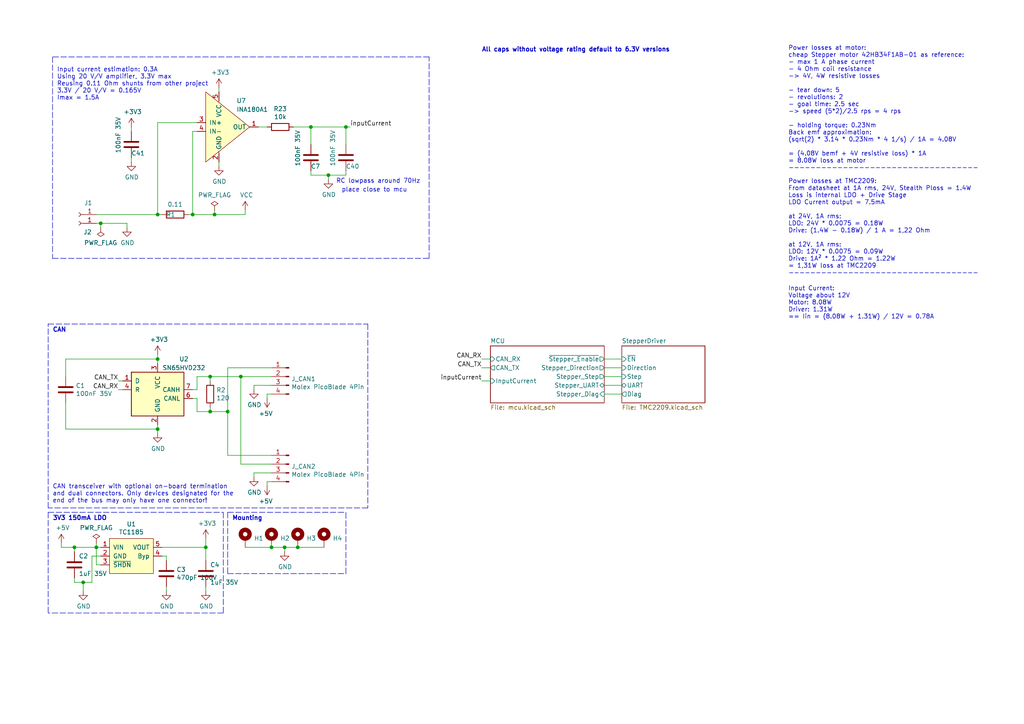
<source format=kicad_sch>
(kicad_sch (version 20211123) (generator eeschema)
  (paper "A4")
  (title_block (title "Stepper Servo") (company "oTToCar"))
  (lib_symbols
    (symbol "Connector:Conn_01x01_Female" (pin_names (offset 1.016) hide)
      (property "Reference" "J" (at 0 2.54 0))
      (property "Value" "Conn_01x01_Female" (at 0 -2.54 0))
      (symbol "Conn_01x01_Female_1_1"
        (polyline (pts (xy -1.27 0) (xy -0.508 0)) (stroke (width 0.1524)))
        (arc (start 0 0.508) (mid -0.508 0) (end 0 -0.508) (stroke (width 0.1524)))
        (pin passive line (at -5.08 0 0) (length 3.81) (name "Pin_1") (number "1"))
      )
    )
    (symbol "Connector:Conn_01x04_Male" (pin_names (offset 1.016) hide)
      (property "Reference" "J" (at 0 5.08 0))
      (property "Value" "Conn_01x04_Male" (at 0 -7.62 0))
      (symbol "Conn_01x04_Male_1_1"
        (polyline (pts (xy 1.27 -5.08) (xy 0.8636 -5.08)) (stroke (width 0.1524)))
        (polyline (pts (xy 1.27 -2.54) (xy 0.8636 -2.54)) (stroke (width 0.1524)))
        (polyline (pts (xy 1.27 0) (xy 0.8636 0)) (stroke (width 0.1524)))
        (polyline (pts (xy 1.27 2.54) (xy 0.8636 2.54)) (stroke (width 0.1524)))
        (rectangle (start 0.8636 -4.953) (end 0 -5.207) (stroke (width 0.1524)) (fill (type outline)))
        (rectangle (start 0.8636 -2.413) (end 0 -2.667) (stroke (width 0.1524)) (fill (type outline)))
        (rectangle (start 0.8636 0.127) (end 0 -0.127) (stroke (width 0.1524)) (fill (type outline)))
        (rectangle (start 0.8636 2.667) (end 0 2.413) (stroke (width 0.1524)) (fill (type outline)))
        (pin passive line (at 5.08 2.54 180) (length 3.81) (name "Pin_1") (number "1"))
        (pin passive line (at 5.08 0 180) (length 3.81) (name "Pin_2") (number "2"))
        (pin passive line (at 5.08 -2.54 180) (length 3.81) (name "Pin_3") (number "3"))
        (pin passive line (at 5.08 -5.08 180) (length 3.81) (name "Pin_4") (number "4"))
      )
    )
    (symbol "Device:C" (pin_numbers hide) (pin_names (offset 0.254))
      (property "Reference" "C" (at 0.635 2.54 0))
      (property "Value" "C" (at 0.635 -2.54 0))
      (symbol "C_0_1"
        (polyline (pts (xy -2.032 -0.762) (xy 2.032 -0.762)) (stroke (width 0.508)))
        (polyline (pts (xy -2.032 0.762) (xy 2.032 0.762)) (stroke (width 0.508)))
      )
      (symbol "C_1_1"
        (pin passive line (at 0 3.81 270) (length 2.794) (name "~") (number "1"))
        (pin passive line (at 0 -3.81 90) (length 2.794) (name "~") (number "2"))
      )
    )
    (symbol "Device:R" (pin_numbers hide) (pin_names (offset 0))
      (property "Reference" "R" (at 2.032 0 90))
      (property "Value" "R" (at 0 0 90))
      (symbol "R_0_1"
        (rectangle (start -1.016 -2.54) (end 1.016 2.54) (stroke (width 0.254)))
      )
      (symbol "R_1_1"
        (pin passive line (at 0 3.81 270) (length 1.27) (name "~") (number "1"))
        (pin passive line (at 0 -3.81 90) (length 1.27) (name "~") (number "2"))
      )
    )
    (symbol "Interface_CAN_LIN:SN65HVD232" (pin_names (offset 1.016))
      (property "Reference" "U" (at -2.54 10.16 0))
      (property "Value" "SN65HVD232" (at -2.54 7.62 0))
      (symbol "SN65HVD232_0_1"
        (rectangle (start -7.62 5.08) (end 7.62 -7.62) (stroke (width 0.254)) (fill (type background)))
      )
      (symbol "SN65HVD232_1_1"
        (pin input line (at -10.16 2.54 0) (length 2.54) (name "D") (number "1"))
        (pin power_in line (at 0 -10.16 90) (length 2.54) (name "GND") (number "2"))
        (pin power_in line (at 0 7.62 270) (length 2.54) (name "VCC") (number "3"))
        (pin output line (at -10.16 0 0) (length 2.54) (name "R") (number "4"))
        (pin no_connect line (at -10.16 -2.54 0) (length 2.54) hide (name "NC") (number "5"))
        (pin bidirectional line (at 10.16 -2.54 180) (length 2.54) (name "CANL") (number "6"))
        (pin bidirectional line (at 10.16 0 180) (length 2.54) (name "CANH") (number "7"))
        (pin no_connect line (at -10.16 -5.08 0) (length 2.54) hide (name "NC") (number "8"))
      )
    )
    (symbol "Mechanical:MountingHole_Pad" (pin_numbers hide) (pin_names (offset 1.016) hide)
      (property "Reference" "H" (at 0 6.35 0))
      (property "Value" "MountingHole_Pad" (at 0 4.445 0))
      (symbol "MountingHole_Pad_0_1"
        (circle (center 0 1.27) (radius 1.27) (stroke (width 1.27)))
      )
      (symbol "MountingHole_Pad_1_1"
        (pin input line (at 0 -2.54 90) (length 2.54) (name "1") (number "1"))
      )
    )
    (symbol "power:+3.3V" (power) (pin_names (offset 0))
      (property "Value" "+3.3V" (at 0 3.556 0))
      (symbol "+3.3V_0_1"
        (polyline (pts (xy -0.762 1.27) (xy 0 2.54)))
        (polyline (pts (xy 0 0) (xy 0 2.54)))
        (polyline (pts (xy 0 2.54) (xy 0.762 1.27)))
      )
      (symbol "+3.3V_1_1"
        (pin power_in line (at 0 0 90) (length 0) hide (name "+3V3") (number "1"))
      )
    )
    (symbol "power:+5V" (power) (pin_names (offset 0))
      (property "Value" "+5V" (at 0 3.556 0))
      (symbol "+5V_0_1"
        (polyline (pts (xy -0.762 1.27) (xy 0 2.54)))
        (polyline (pts (xy 0 0) (xy 0 2.54)))
        (polyline (pts (xy 0 2.54) (xy 0.762 1.27)))
      )
      (symbol "+5V_1_1"
        (pin power_in line (at 0 0 90) (length 0) hide (name "+5V") (number "1"))
      )
    )
    (symbol "power:GND" (power) (pin_names (offset 0))
      (property "Value" "GND" (at 0 -3.81 0))
      (symbol "GND_0_1"
        (polyline (pts (xy 0 0) (xy 0 -1.27) (xy 1.27 -1.27) (xy 0 -2.54) (xy -1.27 -1.27) (xy 0 -1.27)))
      )
      (symbol "GND_1_1"
        (pin power_in line (at 0 0 270) (length 0) hide (name "GND") (number "1"))
      )
    )
    (symbol "power:PWR_FLAG" (power) (pin_numbers hide) (pin_names (offset 0) hide)
      (property "Value" "PWR_FLAG" (at 0 3.81 0))
      (symbol "PWR_FLAG_0_0"
        (pin power_out line (at 0 0 90) (length 0) (name "pwr") (number "1"))
      )
      (symbol "PWR_FLAG_0_1"
        (polyline (pts (xy 0 0) (xy 0 1.27) (xy -1.016 1.905) (xy 0 2.54) (xy 1.016 1.905) (xy 0 1.27)))
      )
    )
    (symbol "power:VCC" (power) (pin_names (offset 0))
      (property "Value" "VCC" (at 0 3.81 0))
      (symbol "VCC_0_1"
        (polyline (pts (xy -0.762 1.27) (xy 0 2.54)))
        (polyline (pts (xy 0 0) (xy 0 2.54)))
        (polyline (pts (xy 0 2.54) (xy 0.762 1.27)))
      )
      (symbol "VCC_1_1"
        (pin power_in line (at 0 0 90) (length 0) hide (name "VCC") (number "1"))
      )
    )
    (symbol "standardContent:TC1185" (pin_names (offset 1.016))
      (property "Reference" "U" (at 0 6.35 0))
      (property "Value" "TC1185" (at 0 -6.35 0))
      (symbol "TC1185_0_1"
        (rectangle (start -6.35 5.08) (end 6.35 -5.08) (fill (type background)))
      )
      (symbol "TC1185_1_1"
        (pin power_in line (at -8.89 2.54 0) (length 2.54) (name "VIN") (number "1"))
        (pin power_in line (at -8.89 0 0) (length 2.54) (name "GND") (number "2"))
        (pin input line (at -8.89 -2.54 0) (length 2.54) (name "~{SHDN}") (number "3"))
        (pin input line (at 8.89 0 180) (length 2.54) (name "Byp") (number "4"))
        (pin power_out line (at 8.89 2.54 180) (length 2.54) (name "VOUT") (number "5"))
      )
    )
    (symbol "ti:INA180A1" (pin_names (offset 1.016))
      (property "Reference" "U" (at 10.16 3.81 0))
      (property "Value" "INA180A1" (at 11.43 6.35 0))
      (symbol "INA180A1_0_0"
        (pin output line (at 15.24 -1.27 180) (length 2.54) (name "OUT") (number "1"))
        (pin power_in line (at 3.81 -11.43 90) (length 2.54) (name "GND") (number "2"))
        (pin passive line (at -2.54 0 0) (length 2.54) (name "IN+") (number "3"))
        (pin passive line (at -2.54 -2.54 0) (length 2.54) (name "IN-") (number "4"))
        (pin power_in line (at 3.81 8.89 270) (length 2.54) (name "VCC") (number "5"))
      )
      (symbol "INA180A1_0_1"
        (polyline (pts (xy 3.81 -8.89) (xy 3.81 -8.382)))
        (polyline (pts (xy 3.81 6.35) (xy 3.81 5.842)))
        (polyline (pts (xy 12.7 -1.27) (xy 0 8.89) (xy 0 -11.43) (xy 12.7 -1.27)) (fill (type background)))
      )
    )
  )
  (junction (at 59.69 158.75))
  (junction (at 82.55 158.75))
  (junction (at 62.23 62.23))
  (junction (at 66.04 119.38))
  (junction (at 78.74 158.75))
  (junction (at 60.96 109.22))
  (junction (at 100.33 36.83))
  (junction (at 55.88 62.23))
  (junction (at 27.94 158.75))
  (junction (at 24.13 168.91))
  (junction (at 45.72 124.46))
  (junction (at 45.72 104.14))
  (junction (at 60.96 119.38))
  (junction (at 95.25 50.8))
  (junction (at 86.36 158.75))
  (junction (at 45.72 62.23))
  (junction (at 69.85 109.22))
  (junction (at 29.21 64.77))
  (junction (at 21.59 158.75))
  (junction (at 90.17 36.83))
  (polyline (pts (xy 13.97 148.59) (xy 13.97 177.8)))
  (wire (pts (xy 71.12 62.23) (xy 71.12 60.96)))
  (polyline (pts (xy 64.77 177.8) (xy 13.97 177.8)))
  (wire (pts (xy 55.88 113.03) (xy 57.15 113.03)))
  (wire (pts (xy 82.55 158.75) (xy 86.36 158.75)))
  (wire (pts (xy 27.94 62.23) (xy 45.72 62.23)))
  (wire (pts (xy 86.36 158.75) (xy 93.98 158.75)))
  (wire (pts (xy 90.17 50.8) (xy 90.17 49.53)))
  (wire (pts (xy 45.72 124.46) (xy 19.05 124.46)))
  (wire (pts (xy 77.47 115.57) (xy 77.47 114.3)))
  (wire (pts (xy 27.94 158.75) (xy 29.21 158.75)))
  (wire (pts (xy 57.15 113.03) (xy 57.15 109.22)))
  (wire (pts (xy 139.7 110.49) (xy 142.24 110.49)))
  (wire (pts (xy 21.59 158.75) (xy 27.94 158.75)))
  (wire (pts (xy 85.09 36.83) (xy 90.17 36.83)))
  (wire (pts (xy 66.04 119.38) (xy 66.04 106.68)))
  (polyline (pts (xy 15.24 16.51) (xy 15.24 74.93)))
  (wire (pts (xy 55.88 38.1) (xy 55.88 62.23)))
  (wire (pts (xy 66.04 106.68) (xy 78.74 106.68)))
  (polyline (pts (xy 13.97 93.98) (xy 106.68 93.98)))
  (wire (pts (xy 34.29 110.49) (xy 35.56 110.49)))
  (polyline (pts (xy 106.68 147.32) (xy 13.97 147.32)))
  (wire (pts (xy 180.34 106.68) (xy 175.26 106.68)))
  (polyline (pts (xy 124.46 74.93) (xy 124.46 16.51)))
  (polyline (pts (xy 66.04 166.37) (xy 100.33 166.37)))
  (wire (pts (xy 78.74 158.75) (xy 82.55 158.75)))
  (wire (pts (xy 57.15 38.1) (xy 55.88 38.1)))
  (wire (pts (xy 69.85 109.22) (xy 69.85 134.62)))
  (wire (pts (xy 66.04 119.38) (xy 66.04 132.08)))
  (wire (pts (xy 69.85 109.22) (xy 78.74 109.22)))
  (wire (pts (xy 95.25 50.8) (xy 100.33 50.8)))
  (wire (pts (xy 63.5 25.4) (xy 63.5 26.67)))
  (wire (pts (xy 26.67 161.29) (xy 26.67 168.91)))
  (wire (pts (xy 29.21 66.04) (xy 29.21 64.77)))
  (wire (pts (xy 175.26 109.22) (xy 180.34 109.22)))
  (wire (pts (xy 60.96 109.22) (xy 69.85 109.22)))
  (wire (pts (xy 38.1 46.99) (xy 38.1 45.72)))
  (wire (pts (xy 139.7 106.68) (xy 142.24 106.68)))
  (wire (pts (xy 77.47 114.3) (xy 78.74 114.3)))
  (wire (pts (xy 100.33 36.83) (xy 101.6 36.83)))
  (wire (pts (xy 175.26 104.14) (xy 180.34 104.14)))
  (wire (pts (xy 26.67 168.91) (xy 24.13 168.91)))
  (wire (pts (xy 45.72 62.23) (xy 46.99 62.23)))
  (polyline (pts (xy 66.04 148.59) (xy 66.04 166.37)))
  (wire (pts (xy 45.72 123.19) (xy 45.72 124.46)))
  (wire (pts (xy 21.59 168.91) (xy 21.59 167.64)))
  (wire (pts (xy 48.26 170.18) (xy 48.26 171.45)))
  (wire (pts (xy 19.05 124.46) (xy 19.05 116.84)))
  (wire (pts (xy 73.66 113.03) (xy 73.66 111.76)))
  (wire (pts (xy 19.05 109.22) (xy 19.05 104.14)))
  (wire (pts (xy 55.88 62.23) (xy 62.23 62.23)))
  (polyline (pts (xy 13.97 147.32) (xy 13.97 93.98)))
  (wire (pts (xy 90.17 50.8) (xy 95.25 50.8)))
  (wire (pts (xy 27.94 158.75) (xy 27.94 157.48)))
  (wire (pts (xy 60.96 119.38) (xy 66.04 119.38)))
  (wire (pts (xy 57.15 35.56) (xy 45.72 35.56)))
  (wire (pts (xy 54.61 62.23) (xy 55.88 62.23)))
  (wire (pts (xy 45.72 35.56) (xy 45.72 62.23)))
  (wire (pts (xy 38.1 36.83) (xy 38.1 38.1)))
  (wire (pts (xy 62.23 62.23) (xy 71.12 62.23)))
  (wire (pts (xy 100.33 50.8) (xy 100.33 49.53)))
  (wire (pts (xy 69.85 134.62) (xy 78.74 134.62)))
  (wire (pts (xy 73.66 111.76) (xy 78.74 111.76)))
  (wire (pts (xy 45.72 104.14) (xy 45.72 102.87)))
  (wire (pts (xy 29.21 64.77) (xy 36.83 64.77)))
  (wire (pts (xy 71.12 158.75) (xy 78.74 158.75)))
  (wire (pts (xy 82.55 158.75) (xy 82.55 160.02)))
  (wire (pts (xy 73.66 138.43) (xy 73.66 137.16)))
  (wire (pts (xy 17.78 158.75) (xy 17.78 157.48)))
  (wire (pts (xy 24.13 171.45) (xy 24.13 168.91)))
  (wire (pts (xy 27.94 163.83) (xy 27.94 158.75)))
  (wire (pts (xy 59.69 162.56) (xy 59.69 158.75)))
  (polyline (pts (xy 106.68 93.98) (xy 106.68 147.32)))
  (wire (pts (xy 27.94 64.77) (xy 29.21 64.77)))
  (wire (pts (xy 60.96 119.38) (xy 60.96 118.11)))
  (wire (pts (xy 74.93 36.83) (xy 77.47 36.83)))
  (wire (pts (xy 35.56 113.03) (xy 34.29 113.03)))
  (wire (pts (xy 175.26 111.76) (xy 180.34 111.76)))
  (wire (pts (xy 77.47 139.7) (xy 78.74 139.7)))
  (polyline (pts (xy 124.46 16.51) (xy 15.24 16.51)))
  (wire (pts (xy 63.5 48.26) (xy 63.5 46.99)))
  (wire (pts (xy 36.83 64.77) (xy 36.83 66.04)))
  (wire (pts (xy 57.15 115.57) (xy 57.15 119.38)))
  (wire (pts (xy 17.78 158.75) (xy 21.59 158.75)))
  (wire (pts (xy 66.04 132.08) (xy 78.74 132.08)))
  (wire (pts (xy 90.17 36.83) (xy 100.33 36.83)))
  (wire (pts (xy 62.23 60.96) (xy 62.23 62.23)))
  (wire (pts (xy 21.59 160.02) (xy 21.59 158.75)))
  (wire (pts (xy 60.96 109.22) (xy 60.96 110.49)))
  (wire (pts (xy 57.15 109.22) (xy 60.96 109.22)))
  (wire (pts (xy 100.33 36.83) (xy 100.33 41.91)))
  (wire (pts (xy 55.88 115.57) (xy 57.15 115.57)))
  (wire (pts (xy 45.72 124.46) (xy 45.72 125.73)))
  (wire (pts (xy 142.24 104.14) (xy 139.7 104.14)))
  (wire (pts (xy 45.72 104.14) (xy 45.72 105.41)))
  (polyline (pts (xy 64.77 148.59) (xy 64.77 177.8)))
  (wire (pts (xy 59.69 171.45) (xy 59.69 170.18)))
  (wire (pts (xy 19.05 104.14) (xy 45.72 104.14)))
  (polyline (pts (xy 100.33 166.37) (xy 100.33 148.59)))
  (polyline (pts (xy 13.97 148.59) (xy 64.77 148.59)))
  (wire (pts (xy 24.13 168.91) (xy 21.59 168.91)))
  (wire (pts (xy 48.26 162.56) (xy 48.26 161.29)))
  (polyline (pts (xy 66.04 148.59) (xy 100.33 148.59)))
  (wire (pts (xy 48.26 161.29) (xy 46.99 161.29)))
  (wire (pts (xy 29.21 163.83) (xy 27.94 163.83)))
  (wire (pts (xy 95.25 50.8) (xy 95.25 52.07)))
  (wire (pts (xy 29.21 161.29) (xy 26.67 161.29)))
  (wire (pts (xy 57.15 119.38) (xy 60.96 119.38)))
  (wire (pts (xy 73.66 137.16) (xy 78.74 137.16)))
  (wire (pts (xy 46.99 158.75) (xy 59.69 158.75)))
  (wire (pts (xy 77.47 140.97) (xy 77.47 139.7)))
  (polyline (pts (xy 15.24 74.93) (xy 124.46 74.93)))
  (wire (pts (xy 59.69 158.75) (xy 59.69 156.21)))
  (wire (pts (xy 90.17 36.83) (xy 90.17 41.91)))
  (wire (pts (xy 180.34 114.3) (xy 175.26 114.3)))
  (text "All caps without voltage rating default to 6.3V versions" (at 139.7 15.24 0) (effects (font (size 1.27 1.27) (thickness 0.254) bold) (justify left bottom)))
  (text "Input current estimation: 0.3A\nUsing 20 V/V amplifier, 3.3V max\nReusing 0.11 Ohm shunts from other project\n3.3V / 20 V/V = 0.165V \nImax = 1.5A" (at 16.51 29.21 0) (effects (font (size 1.27 1.27)) (justify left bottom)))
  (text "Power losses at TMC2209:\nFrom datasheet at 1A rms, 24V, Stealth Ploss = 1.4W\nLoss is internal LDO + Drive Stage\nLDO Current output = 7.5mA\n\nat 24V, 1A rms: \nLDO: 24V * 0.0075 = 0.18W\nDrive: (1.4W - 0.18W) / 1 A = 1,22 Ohm\n\nat 12V, 1A rms: \nLDO: 12V * 0.0075 = 0.09W\nDrive: 1A² * 1.22 Ohm = 1.22W\n= 1,31W loss at TMC2209\n-----------------------------------" (at 228.6 80.01 0) (effects (font (size 1.27 1.27)) (justify left bottom)))
  (text "RC lowpass around 70Hz" (at 121.92 53.34 180) (effects (font (size 1.27 1.27)) (justify right bottom)))
  (text "3V3 150mA LDO" (at 15.24 151.13 0) (effects (font (size 1.27 1.27) (thickness 0.254) bold) (justify left bottom)))
  (text "CAN transceiver with optional on-board termination \nand dual connectors. Only devices designated for the \nend of the bus may only have one connector!" (at 15.24 146.05 0) (effects (font (size 1.27 1.27)) (justify left bottom)))
  (text "place close to mcu" (at 99.06 55.88 0) (effects (font (size 1.27 1.27)) (justify left bottom)))
  (text "Mounting" (at 67.31 151.13 0) (effects (font (size 1.27 1.27) (thickness 0.254) bold) (justify left bottom)))
  (text "Input Current:\nVoltage about 12V\nMotor: 8.08W\nDriver: 1.31W\n== Iin = (8.08W + 1.31W) / 12V = 0.78A\n" (at 228.6 92.71 0) (effects (font (size 1.27 1.27)) (justify left bottom)))
  (text "Power losses at motor:\ncheap Stepper motor 42HB34F1AB-01 as reference:\n- max 1 A phase current \n- 4 Ohm coil resistance\n-> 4V, 4W resistive losses\n\n- tear down: 5\n- revolutions: 2\n- goal time: 2.5 sec\n-> speed (5*2)/2.5 rps = 4 rps\n\n- holding torque: 0.23Nm\nBack emf approximation:\n(sqrt(2) * 3.14 * 0.23Nm * 4 1/s) / 1A = 4.08V\n\n= (4.08V bemf + 4V resistive loss) * 1A \n= 8.08W loss at motor\n-----------------------------------" (at 228.6 49.53 0) (effects (font (size 1.27 1.27)) (justify left bottom)))
  (text "CAN" (at 15.24 96.52 0) (effects (font (size 1.27 1.27) (thickness 0.254) bold) (justify left bottom)))
  (label "inputCurrent" (at 101.6 36.83 0))
  (label "CAN_RX" (at 34.29 113.03 180))
  (label "CAN_RX" (at 139.7 104.14 180))
  (label "CAN_TX" (at 34.29 110.49 180))
  (label "CAN_TX" (at 139.7 106.68 180))
  (label "inputCurrent" (at 139.7 110.49 180))
  (symbol (lib_id "Device:C") (at 19.05 113.03 0) (unit 1)
    (property "Reference" "C1" (at 21.971 111.8616 0) (effects (justify left)))
    (property "Value" "100nF 35V" (at 21.971 114.173 0) (effects (justify left)))
    (property "Footprint" "Capacitor_SMD:C_0603_1608Metric" (effects hide))
  )
  (symbol (lib_id "power:+3.3V") (at 45.72 102.87 0) (unit 1)
    (property "Reference" "#PWR0104" (effects hide))
    (property "Value" "+3.3V" (at 46.101 98.4758 0))
  )
  (symbol (lib_id "Device:R") (at 60.96 114.3 0) (unit 1)
    (property "Reference" "R2" (at 62.738 113.1316 0) (effects (justify left)))
    (property "Value" "120" (at 62.738 115.443 0) (effects (justify left)))
    (property "Footprint" "Resistor_SMD:R_0603_1608Metric" (effects hide))
  )
  (symbol (lib_id "power:GND") (at 73.66 113.03 0) (unit 1)
    (property "Reference" "#PWR0105" (effects hide))
    (property "Value" "GND" (at 73.787 117.4242 0))
  )
  (symbol (lib_id "Connector:Conn_01x04_Male") (at 83.82 109.22 0) (mirror y) (unit 1)
    (property "Reference" "J_CAN1" (at 84.5058 109.9058 0) (effects (justify right)))
    (property "Value" "Molex PicoBlade 4Pin" (at 84.5058 112.2172 0) (effects (justify right)))
    (property "Footprint" "Connector_Molex:Molex_PicoBlade_53047-0410_1x04_P1.25mm_Vertical" (effects hide))
  )
  (symbol (lib_id "power:+5V") (at 77.47 115.57 180) (unit 1)
    (property "Reference" "#PWR0106" (effects hide))
    (property "Value" "+5V" (at 77.089 119.9642 0))
  )
  (symbol (lib_id "Interface_CAN_LIN:SN65HVD232") (at 45.72 113.03 0) (unit 1)
    (property "Reference" "U2" (at 53.34 104.14 0))
    (property "Value" "SN65HVD232" (at 53.34 106.68 0))
    (property "Footprint" "Package_SO:SOIC-8_3.9x4.9mm_P1.27mm" (effects hide))
    (property "Datasheet" "http://www.ti.com/lit/ds/symlink/sn65hvd230.pdf" (effects hide))
  )
  (symbol (lib_id "Device:C") (at 21.59 163.83 0) (unit 1)
    (property "Reference" "C2" (at 22.86 161.29 0) (effects (justify left)))
    (property "Value" "1uF 35V" (at 22.86 166.37 0) (effects (justify left)))
    (property "Footprint" "Capacitor_SMD:C_0603_1608Metric" (effects hide))
  )
  (symbol (lib_id "Device:C") (at 48.26 166.37 0) (unit 1)
    (property "Reference" "C3" (at 51.181 165.2016 0) (effects (justify left)))
    (property "Value" "470pF 100V" (at 51.181 167.513 0) (effects (justify left)))
    (property "Footprint" "Capacitor_SMD:C_0603_1608Metric" (effects hide))
  )
  (symbol (lib_id "power:GND") (at 48.26 171.45 0) (unit 1)
    (property "Reference" "#PWR0110" (effects hide))
    (property "Value" "GND" (at 48.387 175.8442 0))
  )
  (symbol (lib_id "power:+3.3V") (at 59.69 156.21 0) (unit 1)
    (property "Reference" "#PWR0111" (effects hide))
    (property "Value" "+3.3V" (at 60.071 151.8158 0))
  )
  (symbol (lib_id "Device:C") (at 59.69 166.37 0) (unit 1)
    (property "Reference" "C4" (at 60.96 163.83 0) (effects (justify left)))
    (property "Value" "1uF 35V" (at 60.96 168.91 0) (effects (justify left)))
    (property "Footprint" "Capacitor_SMD:C_0603_1608Metric" (effects hide))
  )
  (symbol (lib_id "power:GND") (at 59.69 171.45 0) (unit 1)
    (property "Reference" "#PWR0112" (effects hide))
    (property "Value" "GND" (at 59.817 175.8442 0))
  )
  (symbol (lib_id "power:+5V") (at 77.47 140.97 180) (unit 1)
    (property "Reference" "#PWR0107" (effects hide))
    (property "Value" "+5V" (at 77.089 145.3642 0))
  )
  (symbol (lib_id "power:GND") (at 73.66 138.43 0) (unit 1)
    (property "Reference" "#PWR0108" (effects hide))
    (property "Value" "GND" (at 73.787 142.8242 0))
  )
  (symbol (lib_id "standardContent:TC1185") (at 38.1 161.29 0) (unit 1)
    (property "Reference" "U1" (at 38.1 152.019 0))
    (property "Value" "TC1185" (at 38.1 154.3304 0))
    (property "Footprint" "Package_TO_SOT_SMD:SOT-23-5" (effects hide))
  )
  (symbol (lib_id "power:GND") (at 45.72 125.73 0) (unit 1)
    (property "Reference" "#PWR0114" (effects hide))
    (property "Value" "GND" (at 45.847 130.1242 0))
  )
  (symbol (lib_id "power:GND") (at 24.13 171.45 0) (unit 1)
    (property "Reference" "#PWR0109" (effects hide))
    (property "Value" "GND" (at 24.257 175.8442 0))
  )
  (symbol (lib_id "power:+5V") (at 17.78 157.48 0) (unit 1)
    (property "Reference" "#PWR0113" (effects hide))
    (property "Value" "+5V" (at 18.161 153.0858 0))
  )
  (symbol (lib_id "power:PWR_FLAG") (at 27.94 157.48 0) (unit 1)
    (property "Reference" "#FLG0102" (effects hide))
    (property "Value" "PWR_FLAG" (at 27.94 153.0858 0))
  )
  (symbol (lib_id "Connector:Conn_01x04_Male") (at 83.82 134.62 0) (mirror y) (unit 1)
    (property "Reference" "J_CAN2" (at 84.5058 135.3058 0) (effects (justify right)))
    (property "Value" "Molex PicoBlade 4Pin" (at 84.5058 137.6172 0) (effects (justify right)))
    (property "Footprint" "Connector_Molex:Molex_PicoBlade_53047-0410_1x04_P1.25mm_Vertical" (effects hide))
  )
  (symbol (lib_id "power:GND") (at 36.83 66.04 0) (unit 1)
    (property "Reference" "#PWR0101" (effects hide))
    (property "Value" "GND" (at 36.957 70.4342 0))
  )
  (symbol (lib_id "Connector:Conn_01x01_Female") (at 22.86 62.23 180) (unit 1)
    (property "Reference" "J1" (at 25.6032 58.8518 0))
    (property "Value" "Conn_01x01_Female" (effects hide))
    (property "Footprint" "TestPoint:TestPoint_Loop_D2.54mm_Drill1.5mm_Beaded" (effects hide))
  )
  (symbol (lib_id "Connector:Conn_01x01_Female") (at 22.86 64.77 180) (unit 1)
    (property "Reference" "J2" (at 25.4 67.31 0))
    (property "Value" "Conn_01x01_Female" (effects hide))
    (property "Footprint" "TestPoint:TestPoint_Loop_D2.54mm_Drill1.5mm_Beaded" (effects hide))
  )
  (symbol (lib_id "Mechanical:MountingHole_Pad") (at 71.12 156.21 0) (unit 1)
    (property "Reference" "H1" (at 73.66 156.1338 0) (effects (justify left)))
    (property "Value" "MountingHole_Pad" (effects hide))
    (property "Footprint" "MountingHole:MountingHole_3.2mm_M3_Pad_Via" (effects hide))
  )
  (symbol (lib_id "Mechanical:MountingHole_Pad") (at 78.74 156.21 0) (unit 1)
    (property "Reference" "H2" (at 81.28 156.1338 0) (effects (justify left)))
    (property "Value" "MountingHole_Pad" (effects hide))
    (property "Footprint" "MountingHole:MountingHole_3.2mm_M3_Pad_Via" (effects hide))
  )
  (symbol (lib_id "Mechanical:MountingHole_Pad") (at 86.36 156.21 0) (unit 1)
    (property "Reference" "H3" (at 88.9 156.1338 0) (effects (justify left)))
    (property "Value" "MountingHole_Pad" (effects hide))
    (property "Footprint" "MountingHole:MountingHole_3.2mm_M3_Pad_Via" (effects hide))
  )
  (symbol (lib_id "Mechanical:MountingHole_Pad") (at 93.98 156.21 0) (unit 1)
    (property "Reference" "H4" (at 96.52 156.1338 0) (effects (justify left)))
    (property "Value" "MountingHole_Pad" (effects hide))
    (property "Footprint" "MountingHole:MountingHole_3.2mm_M3_Pad_Via" (effects hide))
  )
  (symbol (lib_id "power:GND") (at 82.55 160.02 0) (unit 1)
    (property "Reference" "#PWR0188" (effects hide))
    (property "Value" "GND" (at 82.677 164.4142 0))
  )
  (symbol (lib_id "ti:INA180A1") (at 59.69 35.56 0) (unit 1)
    (property "Reference" "U7" (at 68.58 29.21 0) (effects (justify left)))
    (property "Value" "INA180A1" (at 68.58 31.75 0) (effects (justify left)))
    (property "Footprint" "Package_TO_SOT_SMD:SOT-23-5" (effects hide))
    (property "Datasheet" "https://www.ti.com/general/docs/suppproductinfo.tsp?distId=26&gotoUrl=http%3A%2F%2Fwww.ti.com%2Flit%2Fgpn%2Fina180" (effects hide))
  )
  (symbol (lib_id "Device:R") (at 81.28 36.83 270) (unit 1)
    (property "Reference" "R23" (at 81.28 31.5722 90))
    (property "Value" "10k" (at 81.28 33.8836 90))
    (property "Footprint" "Resistor_SMD:R_0603_1608Metric" (effects hide))
  )
  (symbol (lib_id "Device:C") (at 100.33 45.72 0) (unit 1)
    (property "Reference" "C40" (at 100.33 48.26 0) (effects (justify left)))
    (property "Value" "100nF 35V" (at 96.52 48.26 90) (effects (justify left)))
    (property "Footprint" "Capacitor_SMD:C_0603_1608Metric" (effects hide))
  )
  (symbol (lib_id "Device:C") (at 90.17 45.72 0) (unit 1)
    (property "Reference" "C7" (at 90.17 48.26 0) (effects (justify left)))
    (property "Value" "100nF 35V" (at 86.36 48.26 90) (effects (justify left)))
    (property "Footprint" "Capacitor_SMD:C_0603_1608Metric" (effects hide))
  )
  (symbol (lib_id "power:VCC") (at 71.12 60.96 0) (unit 1)
    (property "Reference" "#PWR0115" (effects hide))
    (property "Value" "VCC" (at 71.501 56.5658 0))
  )
  (symbol (lib_id "Device:R") (at 50.8 62.23 270) (unit 1)
    (property "Reference" "R1" (at 49.53 62.23 90))
    (property "Value" "0.11" (at 50.8 59.2836 90))
    (property "Footprint" "Resistor_SMD:R_0612_1632Metric" (effects hide))
  )
  (symbol (lib_id "power:PWR_FLAG") (at 29.21 66.04 180) (unit 1)
    (property "Reference" "#FLG0103" (effects hide))
    (property "Value" "PWR_FLAG" (at 29.21 70.4342 0))
  )
  (symbol (lib_id "power:PWR_FLAG") (at 62.23 60.96 0) (unit 1)
    (property "Reference" "#FLG0104" (effects hide))
    (property "Value" "PWR_FLAG" (at 62.23 56.5658 0))
  )
  (symbol (lib_id "power:+3.3V") (at 63.5 25.4 0) (unit 1)
    (property "Reference" "#PWR0102" (effects hide))
    (property "Value" "+3.3V" (at 63.881 21.0058 0))
  )
  (symbol (lib_id "power:GND") (at 63.5 48.26 0) (unit 1)
    (property "Reference" "#PWR0103" (effects hide))
    (property "Value" "GND" (at 63.627 52.6542 0))
  )
  (symbol (lib_id "power:GND") (at 95.25 52.07 0) (unit 1)
    (property "Reference" "#PWR0146" (effects hide))
    (property "Value" "GND" (at 95.377 56.4642 0))
  )
  (symbol (lib_id "Device:C") (at 38.1 41.91 0) (unit 1)
    (property "Reference" "C41" (at 38.1 44.45 0) (effects (justify left)))
    (property "Value" "100nF 35V" (at 34.29 44.45 90) (effects (justify left)))
    (property "Footprint" "Capacitor_SMD:C_0603_1608Metric" (effects hide))
  )
  (symbol (lib_id "power:+3.3V") (at 38.1 36.83 0) (unit 1)
    (property "Reference" "#PWR0133" (effects hide))
    (property "Value" "+3.3V" (at 38.481 32.4358 0))
  )
  (symbol (lib_id "power:GND") (at 38.1 46.99 0) (unit 1)
    (property "Reference" "#PWR0136" (effects hide))
    (property "Value" "GND" (at 38.227 51.3842 0))
  )
  (sheet (at 180.34 100.33) (size 24.13 16.51)
    (property "Sheet name" "StepperDriver" (at 180.34 99.6184 0) (effects (justify left bottom)))
    (property "Sheet file" "TMC2209.kicad_sch" (at 180.34 117.4246 0) (effects (justify left top)))
    (pin "~{EN}" input (at 180.34 104.14 180))
    (pin "Direction" input (at 180.34 106.68 180))
    (pin "Step" input (at 180.34 109.22 180))
    (pin "UART" bidirectional (at 180.34 111.76 180))
    (pin "Diag" output (at 180.34 114.3 180))
  )
  (sheet (at 142.24 100.33) (size 33.02 16.51)
    (property "Sheet name" "MCU" (at 142.24 99.6184 0) (effects (justify left bottom)))
    (property "Sheet file" "mcu.kicad_sch" (at 142.24 117.4246 0) (effects (justify left top)))
    (pin "CAN_RX" input (at 142.24 104.14 180))
    (pin "CAN_TX" output (at 142.24 106.68 180))
    (pin "Stepper_Step" output (at 175.26 109.22 0))
    (pin "Stepper_Direction" output (at 175.26 106.68 0))
    (pin "Stepper_Diag" input (at 175.26 114.3 0))
    (pin "Stepper_UART" bidirectional (at 175.26 111.76 0))
    (pin "~{Stepper_Enable}" output (at 175.26 104.14 0))
    (pin "InputCurrent" input (at 142.24 110.49 180))
  )
)
</source>
